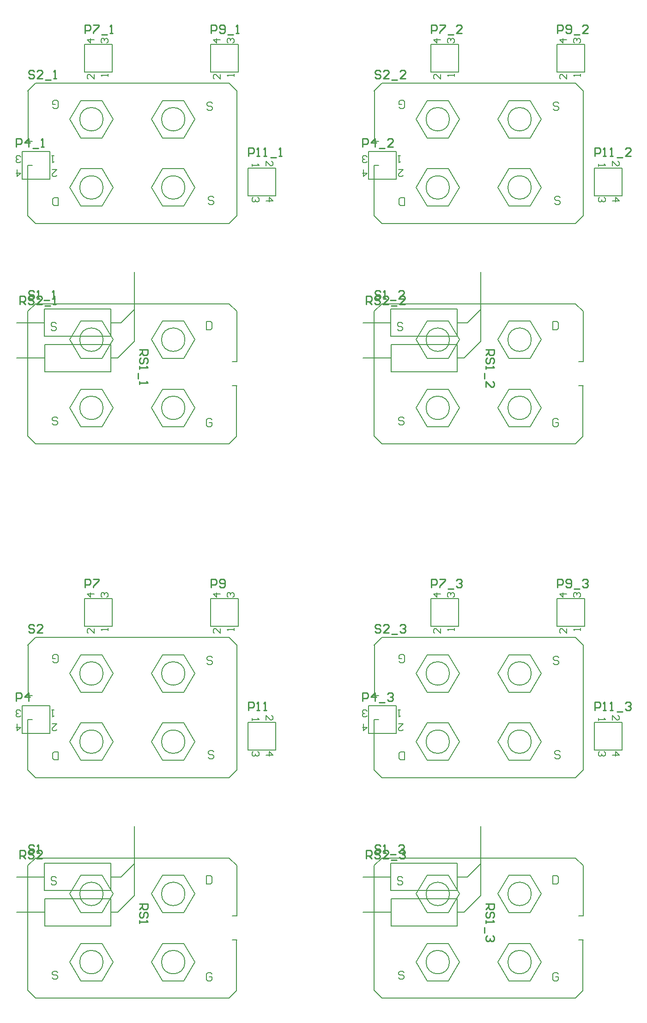
<source format=gto>
%FSLAX25Y25*%
%MOIN*%
G70*
G01*
G75*
%ADD10C,0.05906*%
%ADD11C,0.07087*%
%ADD12R,0.07087X0.07087*%
%ADD13C,0.27000*%
%ADD14R,0.07087X0.07087*%
%ADD15C,0.09843*%
%ADD16R,0.09055X0.05906*%
%ADD17C,0.05000*%
%ADD18C,0.06000*%
%ADD19R,0.23000X0.29000*%
%ADD20R,0.50800X0.48500*%
%ADD21R,0.25000X0.07000*%
%ADD22R,0.71440X1.29200*%
%ADD23R,0.94240X1.26700*%
%ADD24R,0.80583X2.30800*%
%ADD25R,0.73443X0.74200*%
%ADD26R,0.18000X0.18000*%
%ADD27R,0.26000X0.12800*%
%ADD28R,0.18000X2.24000*%
%ADD29C,0.00787*%
%ADD30C,0.01000*%
%ADD31C,0.00800*%
%ADD32C,0.00591*%
D29*
X501643Y339194D02*
G03*
X501643Y339194I-8465J0D01*
G01*
X442588D02*
G03*
X442588Y339194I-8465J0D01*
G01*
X501643Y388406D02*
G03*
X501643Y388406I-8465J0D01*
G01*
X442588D02*
G03*
X442588Y388406I-8465J0D01*
G01*
Y229306D02*
G03*
X442588Y229306I-8465J0D01*
G01*
X501643D02*
G03*
X501643Y229306I-8465J0D01*
G01*
X442588Y180094D02*
G03*
X442588Y180094I-8465J0D01*
G01*
X501643D02*
G03*
X501643Y180094I-8465J0D01*
G01*
Y739194D02*
G03*
X501643Y739194I-8465J0D01*
G01*
X442588D02*
G03*
X442588Y739194I-8465J0D01*
G01*
X501643Y788406D02*
G03*
X501643Y788406I-8465J0D01*
G01*
X442588D02*
G03*
X442588Y788406I-8465J0D01*
G01*
Y629306D02*
G03*
X442588Y629306I-8465J0D01*
G01*
X501643D02*
G03*
X501643Y629306I-8465J0D01*
G01*
X442588Y580094D02*
G03*
X442588Y580094I-8465J0D01*
G01*
X501643D02*
G03*
X501643Y580094I-8465J0D01*
G01*
X251643Y739194D02*
G03*
X251643Y739194I-8465J0D01*
G01*
X192588D02*
G03*
X192588Y739194I-8465J0D01*
G01*
X251643Y788406D02*
G03*
X251643Y788406I-8465J0D01*
G01*
X192588D02*
G03*
X192588Y788406I-8465J0D01*
G01*
Y629306D02*
G03*
X192588Y629306I-8465J0D01*
G01*
X251643D02*
G03*
X251643Y629306I-8465J0D01*
G01*
X192588Y580094D02*
G03*
X192588Y580094I-8465J0D01*
G01*
X251643D02*
G03*
X251643Y580094I-8465J0D01*
G01*
X192588Y229306D02*
G03*
X192588Y229306I-8465J0D01*
G01*
X251643D02*
G03*
X251643Y229306I-8465J0D01*
G01*
X192588Y180094D02*
G03*
X192588Y180094I-8465J0D01*
G01*
X251643D02*
G03*
X251643Y180094I-8465J0D01*
G01*
Y339194D02*
G03*
X251643Y339194I-8465J0D01*
G01*
X192588D02*
G03*
X192588Y339194I-8465J0D01*
G01*
X251643Y388406D02*
G03*
X251643Y388406I-8465J0D01*
G01*
X192588D02*
G03*
X192588Y388406I-8465J0D01*
G01*
X465000Y251000D02*
Y271000D01*
X455500Y241500D02*
X465000Y251000D01*
X448047Y241500D02*
X455500D01*
X380000D02*
X400213D01*
X448047D02*
Y251343D01*
X400213D02*
X448047D01*
X400213Y231658D02*
Y251343D01*
Y231658D02*
X448047D01*
Y241500D01*
X567000Y333000D02*
Y353000D01*
X547000D02*
X567000D01*
X547000Y333000D02*
X567000D01*
X547000D02*
Y353000D01*
X388258Y372461D02*
X391407D01*
X426348Y325726D02*
X441899D01*
X418573Y339194D02*
X426348Y352661D01*
X441899D02*
X449675Y339194D01*
X441899Y325726D02*
X449675Y339194D01*
X418573D02*
X426348Y325726D01*
Y352661D02*
X441899D01*
X388258Y408823D02*
X393824Y414390D01*
X533478D02*
X539045Y408823D01*
X388258Y318776D02*
X393824Y313209D01*
X533478D01*
X393824Y414390D02*
X533478D01*
X539045Y318776D02*
Y408823D01*
X533478Y313209D02*
X539045Y318776D01*
X426348Y374939D02*
X441899D01*
X418573Y388406D02*
X426348Y401874D01*
X441899D02*
X449675Y388406D01*
X441899Y374939D02*
X449675Y388406D01*
X418573D02*
X426348Y374939D01*
Y401874D02*
X441899D01*
X485403Y374939D02*
X500954D01*
X477628Y388406D02*
X485403Y401874D01*
X500954D02*
X508730Y388406D01*
X500954Y374939D02*
X508730Y388406D01*
X477628D02*
X485403Y374939D01*
Y401874D02*
X500954D01*
X485403Y325726D02*
X500954D01*
X477628Y339194D02*
X485403Y352661D01*
X500954D02*
X508730Y339194D01*
X500954Y325726D02*
X508730Y339194D01*
X477628D02*
X485403Y325726D01*
Y352661D02*
X500954D01*
X388365Y372461D02*
Y408716D01*
X388258Y318776D02*
Y355138D01*
X391407D01*
X535895Y196039D02*
X539045D01*
X485403Y242774D02*
X500954D01*
Y215839D02*
X508730Y229306D01*
X477628D02*
X485403Y215839D01*
X477628Y229306D02*
X485403Y242774D01*
X500954D02*
X508730Y229306D01*
X485403Y215839D02*
X500954D01*
X533478Y154110D02*
X539045Y159676D01*
X388258D02*
X393824Y154110D01*
X533478Y255291D02*
X539045Y249724D01*
X393824Y255291D02*
X533478D01*
X393824Y154110D02*
X533478D01*
X388258Y159676D02*
Y249724D01*
X393824Y255291D01*
X485403Y193561D02*
X500954D01*
Y166626D02*
X508730Y180094D01*
X477628D02*
X485403Y166626D01*
X477628Y180094D02*
X485403Y193561D01*
X500954D02*
X508730Y180094D01*
X485403Y166626D02*
X500954D01*
X426348Y193561D02*
X441899D01*
Y166626D02*
X449675Y180094D01*
X418573D02*
X426348Y166626D01*
X418573Y180094D02*
X426348Y193561D01*
X441899D02*
X449675Y180094D01*
X426348Y166626D02*
X441899D01*
X426348Y242774D02*
X441899D01*
Y215839D02*
X449675Y229306D01*
X418573D02*
X426348Y215839D01*
X418573Y229306D02*
X426348Y242774D01*
X441899D02*
X449675Y229306D01*
X426348Y215839D02*
X441899D01*
X538938Y159783D02*
Y196039D01*
X539045Y213361D02*
Y249724D01*
X535895Y213361D02*
X539045D01*
X465000Y228000D02*
Y278000D01*
X453000Y216000D02*
X465000Y228000D01*
X448287Y216000D02*
X453000D01*
X380000D02*
X400453D01*
X448287D02*
Y225842D01*
X400453D02*
X448287D01*
X400453Y206157D02*
Y225842D01*
Y206157D02*
X448287D01*
Y216000D01*
X429000Y422332D02*
Y442332D01*
Y422332D02*
X449000D01*
X429000Y442332D02*
X449000D01*
Y422332D02*
Y442332D01*
X384000Y345000D02*
X404000D01*
Y365000D01*
X384000Y345000D02*
Y365000D01*
X404000D01*
X520000Y422332D02*
Y442332D01*
Y422332D02*
X540000D01*
X520000Y442332D02*
X540000D01*
Y422332D02*
Y442332D01*
X465000Y651000D02*
Y671000D01*
X455500Y641500D02*
X465000Y651000D01*
X448047Y641500D02*
X455500D01*
X380000D02*
X400213D01*
X448047D02*
Y651342D01*
X400213D02*
X448047D01*
X400213Y631658D02*
Y651342D01*
Y631658D02*
X448047D01*
Y641500D01*
X567000Y733000D02*
Y753000D01*
X547000D02*
X567000D01*
X547000Y733000D02*
X567000D01*
X547000D02*
Y753000D01*
X388258Y772461D02*
X391407D01*
X426348Y725726D02*
X441899D01*
X418573Y739194D02*
X426348Y752661D01*
X441899D02*
X449675Y739194D01*
X441899Y725726D02*
X449675Y739194D01*
X418573D02*
X426348Y725726D01*
Y752661D02*
X441899D01*
X388258Y808823D02*
X393824Y814390D01*
X533478D02*
X539045Y808823D01*
X388258Y718776D02*
X393824Y713209D01*
X533478D01*
X393824Y814390D02*
X533478D01*
X539045Y718776D02*
Y808823D01*
X533478Y713209D02*
X539045Y718776D01*
X426348Y774938D02*
X441899D01*
X418573Y788406D02*
X426348Y801874D01*
X441899D02*
X449675Y788406D01*
X441899Y774938D02*
X449675Y788406D01*
X418573D02*
X426348Y774938D01*
Y801874D02*
X441899D01*
X485403Y774938D02*
X500954D01*
X477628Y788406D02*
X485403Y801874D01*
X500954D02*
X508730Y788406D01*
X500954Y774938D02*
X508730Y788406D01*
X477628D02*
X485403Y774938D01*
Y801874D02*
X500954D01*
X485403Y725726D02*
X500954D01*
X477628Y739194D02*
X485403Y752661D01*
X500954D02*
X508730Y739194D01*
X500954Y725726D02*
X508730Y739194D01*
X477628D02*
X485403Y725726D01*
Y752661D02*
X500954D01*
X388365Y772461D02*
Y808716D01*
X388258Y718776D02*
Y755138D01*
X391407D01*
X535895Y596039D02*
X539045D01*
X485403Y642774D02*
X500954D01*
Y615839D02*
X508730Y629306D01*
X477628D02*
X485403Y615839D01*
X477628Y629306D02*
X485403Y642774D01*
X500954D02*
X508730Y629306D01*
X485403Y615839D02*
X500954D01*
X533478Y554109D02*
X539045Y559676D01*
X388258D02*
X393824Y554109D01*
X533478Y655291D02*
X539045Y649724D01*
X393824Y655291D02*
X533478D01*
X393824Y554109D02*
X533478D01*
X388258Y559676D02*
Y649724D01*
X393824Y655291D01*
X485403Y593561D02*
X500954D01*
Y566626D02*
X508730Y580094D01*
X477628D02*
X485403Y566626D01*
X477628Y580094D02*
X485403Y593561D01*
X500954D02*
X508730Y580094D01*
X485403Y566626D02*
X500954D01*
X426348Y593561D02*
X441899D01*
Y566626D02*
X449675Y580094D01*
X418573D02*
X426348Y566626D01*
X418573Y580094D02*
X426348Y593561D01*
X441899D02*
X449675Y580094D01*
X426348Y566626D02*
X441899D01*
X426348Y642774D02*
X441899D01*
Y615839D02*
X449675Y629306D01*
X418573D02*
X426348Y615839D01*
X418573Y629306D02*
X426348Y642774D01*
X441899D02*
X449675Y629306D01*
X426348Y615839D02*
X441899D01*
X538938Y559783D02*
Y596039D01*
X539045Y613361D02*
Y649724D01*
X535895Y613361D02*
X539045D01*
X465000Y628000D02*
Y678000D01*
X453000Y616000D02*
X465000Y628000D01*
X448287Y616000D02*
X453000D01*
X380000D02*
X400453D01*
X448287D02*
Y625843D01*
X400453D02*
X448287D01*
X400453Y606157D02*
Y625843D01*
Y606157D02*
X448287D01*
Y616000D01*
X429000Y822332D02*
Y842332D01*
Y822332D02*
X449000D01*
X429000Y842332D02*
X449000D01*
Y822332D02*
Y842332D01*
X384000Y745000D02*
X404000D01*
Y765000D01*
X384000Y745000D02*
Y765000D01*
X404000D01*
X520000Y822332D02*
Y842332D01*
Y822332D02*
X540000D01*
X520000Y842332D02*
X540000D01*
Y822332D02*
Y842332D01*
X215000Y651000D02*
Y671000D01*
X205500Y641500D02*
X215000Y651000D01*
X198047Y641500D02*
X205500D01*
X130000D02*
X150213D01*
X198047D02*
Y651342D01*
X150213D02*
X198047D01*
X150213Y631658D02*
Y651342D01*
Y631658D02*
X198047D01*
Y641500D01*
X317000Y733000D02*
Y753000D01*
X297000D02*
X317000D01*
X297000Y733000D02*
X317000D01*
X297000D02*
Y753000D01*
X138258Y772461D02*
X141407D01*
X176348Y725726D02*
X191899D01*
X168572Y739194D02*
X176348Y752661D01*
X191899D02*
X199675Y739194D01*
X191899Y725726D02*
X199675Y739194D01*
X168572D02*
X176348Y725726D01*
Y752661D02*
X191899D01*
X138258Y808823D02*
X143824Y814390D01*
X283478D02*
X289045Y808823D01*
X138258Y718776D02*
X143824Y713209D01*
X283478D01*
X143824Y814390D02*
X283478D01*
X289045Y718776D02*
Y808823D01*
X283478Y713209D02*
X289045Y718776D01*
X176348Y774938D02*
X191899D01*
X168572Y788406D02*
X176348Y801874D01*
X191899D02*
X199675Y788406D01*
X191899Y774938D02*
X199675Y788406D01*
X168572D02*
X176348Y774938D01*
Y801874D02*
X191899D01*
X235403Y774938D02*
X250954D01*
X227628Y788406D02*
X235403Y801874D01*
X250954D02*
X258730Y788406D01*
X250954Y774938D02*
X258730Y788406D01*
X227628D02*
X235403Y774938D01*
Y801874D02*
X250954D01*
X235403Y725726D02*
X250954D01*
X227628Y739194D02*
X235403Y752661D01*
X250954D02*
X258730Y739194D01*
X250954Y725726D02*
X258730Y739194D01*
X227628D02*
X235403Y725726D01*
Y752661D02*
X250954D01*
X138365Y772461D02*
Y808716D01*
X138258Y718776D02*
Y755138D01*
X141407D01*
X285895Y596039D02*
X289045D01*
X235403Y642774D02*
X250954D01*
Y615839D02*
X258730Y629306D01*
X227628D02*
X235403Y615839D01*
X227628Y629306D02*
X235403Y642774D01*
X250954D02*
X258730Y629306D01*
X235403Y615839D02*
X250954D01*
X283478Y554109D02*
X289045Y559676D01*
X138258D02*
X143824Y554109D01*
X283478Y655291D02*
X289045Y649724D01*
X143824Y655291D02*
X283478D01*
X143824Y554109D02*
X283478D01*
X138258Y559676D02*
Y649724D01*
X143824Y655291D01*
X235403Y593561D02*
X250954D01*
Y566626D02*
X258730Y580094D01*
X227628D02*
X235403Y566626D01*
X227628Y580094D02*
X235403Y593561D01*
X250954D02*
X258730Y580094D01*
X235403Y566626D02*
X250954D01*
X176348Y593561D02*
X191899D01*
Y566626D02*
X199675Y580094D01*
X168572D02*
X176348Y566626D01*
X168572Y580094D02*
X176348Y593561D01*
X191899D02*
X199675Y580094D01*
X176348Y566626D02*
X191899D01*
X176348Y642774D02*
X191899D01*
Y615839D02*
X199675Y629306D01*
X168572D02*
X176348Y615839D01*
X168572Y629306D02*
X176348Y642774D01*
X191899D02*
X199675Y629306D01*
X176348Y615839D02*
X191899D01*
X288938Y559783D02*
Y596039D01*
X289045Y613361D02*
Y649724D01*
X285895Y613361D02*
X289045D01*
X215000Y628000D02*
Y678000D01*
X203000Y616000D02*
X215000Y628000D01*
X198287Y616000D02*
X203000D01*
X130000D02*
X150453D01*
X198287D02*
Y625843D01*
X150453D02*
X198287D01*
X150453Y606157D02*
Y625843D01*
Y606157D02*
X198287D01*
Y616000D01*
X179000Y822332D02*
Y842332D01*
Y822332D02*
X199000D01*
X179000Y842332D02*
X199000D01*
Y822332D02*
Y842332D01*
X134000Y745000D02*
X154000D01*
Y765000D01*
X134000Y745000D02*
Y765000D01*
X154000D01*
X270000Y822332D02*
Y842332D01*
Y822332D02*
X290000D01*
X270000Y842332D02*
X290000D01*
Y822332D02*
Y842332D01*
X270000Y422332D02*
Y442332D01*
Y422332D02*
X290000D01*
X270000Y442332D02*
X290000D01*
Y422332D02*
Y442332D01*
X134000Y345000D02*
X154000D01*
Y365000D01*
X134000Y345000D02*
Y365000D01*
X154000D01*
X179000Y422332D02*
Y442332D01*
Y422332D02*
X199000D01*
X179000Y442332D02*
X199000D01*
Y422332D02*
Y442332D01*
X215000Y228000D02*
Y278000D01*
X203000Y216000D02*
X215000Y228000D01*
X198287Y216000D02*
X203000D01*
X130000D02*
X150453D01*
X198287D02*
Y225842D01*
X150453D02*
X198287D01*
X150453Y206157D02*
Y225842D01*
Y206157D02*
X198287D01*
Y216000D01*
X285895Y196039D02*
X289045D01*
X235403Y242774D02*
X250954D01*
Y215839D02*
X258730Y229306D01*
X227628D02*
X235403Y215839D01*
X227628Y229306D02*
X235403Y242774D01*
X250954D02*
X258730Y229306D01*
X235403Y215839D02*
X250954D01*
X283478Y154110D02*
X289045Y159676D01*
X138258D02*
X143824Y154110D01*
X283478Y255291D02*
X289045Y249724D01*
X143824Y255291D02*
X283478D01*
X143824Y154110D02*
X283478D01*
X138258Y159676D02*
Y249724D01*
X143824Y255291D01*
X235403Y193561D02*
X250954D01*
Y166626D02*
X258730Y180094D01*
X227628D02*
X235403Y166626D01*
X227628Y180094D02*
X235403Y193561D01*
X250954D02*
X258730Y180094D01*
X235403Y166626D02*
X250954D01*
X176348Y193561D02*
X191899D01*
Y166626D02*
X199675Y180094D01*
X168572D02*
X176348Y166626D01*
X168572Y180094D02*
X176348Y193561D01*
X191899D02*
X199675Y180094D01*
X176348Y166626D02*
X191899D01*
X176348Y242774D02*
X191899D01*
Y215839D02*
X199675Y229306D01*
X168572D02*
X176348Y215839D01*
X168572Y229306D02*
X176348Y242774D01*
X191899D02*
X199675Y229306D01*
X176348Y215839D02*
X191899D01*
X288938Y159783D02*
Y196039D01*
X289045Y213361D02*
Y249724D01*
X285895Y213361D02*
X289045D01*
X138258Y372461D02*
X141407D01*
X176348Y325726D02*
X191899D01*
X168572Y339194D02*
X176348Y352661D01*
X191899D02*
X199675Y339194D01*
X191899Y325726D02*
X199675Y339194D01*
X168572D02*
X176348Y325726D01*
Y352661D02*
X191899D01*
X138258Y408823D02*
X143824Y414390D01*
X283478D02*
X289045Y408823D01*
X138258Y318776D02*
X143824Y313209D01*
X283478D01*
X143824Y414390D02*
X283478D01*
X289045Y318776D02*
Y408823D01*
X283478Y313209D02*
X289045Y318776D01*
X176348Y374939D02*
X191899D01*
X168572Y388406D02*
X176348Y401874D01*
X191899D02*
X199675Y388406D01*
X191899Y374939D02*
X199675Y388406D01*
X168572D02*
X176348Y374939D01*
Y401874D02*
X191899D01*
X235403Y374939D02*
X250954D01*
X227628Y388406D02*
X235403Y401874D01*
X250954D02*
X258730Y388406D01*
X250954Y374939D02*
X258730Y388406D01*
X227628D02*
X235403Y374939D01*
Y401874D02*
X250954D01*
X235403Y325726D02*
X250954D01*
X227628Y339194D02*
X235403Y352661D01*
X250954D02*
X258730Y339194D01*
X250954Y325726D02*
X258730Y339194D01*
X227628D02*
X235403Y325726D01*
Y352661D02*
X250954D01*
X138365Y372461D02*
Y408716D01*
X138258Y318776D02*
Y355138D01*
X141407D01*
X317000Y333000D02*
Y353000D01*
X297000D02*
X317000D01*
X297000Y333000D02*
X317000D01*
X297000D02*
Y353000D01*
X215000Y251000D02*
Y271000D01*
X205500Y241500D02*
X215000Y251000D01*
X198047Y241500D02*
X205500D01*
X130000D02*
X150213D01*
X198047D02*
Y251343D01*
X150213D02*
X198047D01*
X150213Y231658D02*
Y251343D01*
Y231658D02*
X198047D01*
Y241500D01*
D30*
X382400Y254700D02*
Y260698D01*
X385399D01*
X386399Y259698D01*
Y257699D01*
X385399Y256699D01*
X382400D01*
X384399D02*
X386399Y254700D01*
X392397Y259698D02*
X391397Y260698D01*
X389398D01*
X388398Y259698D01*
Y258699D01*
X389398Y257699D01*
X391397D01*
X392397Y256699D01*
Y255700D01*
X391397Y254700D01*
X389398D01*
X388398Y255700D01*
X398395Y254700D02*
X394396D01*
X398395Y258699D01*
Y259698D01*
X397395Y260698D01*
X395396D01*
X394396Y259698D01*
X400394Y253700D02*
X404393D01*
X406392Y259698D02*
X407392Y260698D01*
X409391D01*
X410391Y259698D01*
Y258699D01*
X409391Y257699D01*
X408392D01*
X409391D01*
X410391Y256699D01*
Y255700D01*
X409391Y254700D01*
X407392D01*
X406392Y255700D01*
X547600Y361800D02*
Y367798D01*
X550599D01*
X551599Y366798D01*
Y364799D01*
X550599Y363799D01*
X547600D01*
X553598Y361800D02*
X555597D01*
X554598D01*
Y367798D01*
X553598Y366798D01*
X558596Y361800D02*
X560596D01*
X559596D01*
Y367798D01*
X558596Y366798D01*
X563595Y360800D02*
X567593D01*
X569593Y366798D02*
X570593Y367798D01*
X572592D01*
X573592Y366798D01*
Y365799D01*
X572592Y364799D01*
X571592D01*
X572592D01*
X573592Y363799D01*
Y362800D01*
X572592Y361800D01*
X570593D01*
X569593Y362800D01*
X392899Y422798D02*
X391899Y423798D01*
X389900D01*
X388900Y422798D01*
Y421799D01*
X389900Y420799D01*
X391899D01*
X392899Y419799D01*
Y418800D01*
X391899Y417800D01*
X389900D01*
X388900Y418800D01*
X398897Y417800D02*
X394898D01*
X398897Y421799D01*
Y422798D01*
X397897Y423798D01*
X395898D01*
X394898Y422798D01*
X400896Y416800D02*
X404895D01*
X406894Y422798D02*
X407894Y423798D01*
X409893D01*
X410893Y422798D01*
Y421799D01*
X409893Y420799D01*
X408893D01*
X409893D01*
X410893Y419799D01*
Y418800D01*
X409893Y417800D01*
X407894D01*
X406894Y418800D01*
X392899Y263698D02*
X391899Y264698D01*
X389900D01*
X388900Y263698D01*
Y262699D01*
X389900Y261699D01*
X391899D01*
X392899Y260699D01*
Y259700D01*
X391899Y258700D01*
X389900D01*
X388900Y259700D01*
X394898Y258700D02*
X396897D01*
X395898D01*
Y264698D01*
X394898Y263698D01*
X399896Y257700D02*
X403895D01*
X405895Y263698D02*
X406894Y264698D01*
X408893D01*
X409893Y263698D01*
Y262699D01*
X408893Y261699D01*
X407894D01*
X408893D01*
X409893Y260699D01*
Y259700D01*
X408893Y258700D01*
X406894D01*
X405895Y259700D01*
X468740Y222000D02*
X474738D01*
Y219001D01*
X473738Y218001D01*
X471739D01*
X470740Y219001D01*
Y222000D01*
Y220001D02*
X468740Y218001D01*
X473738Y212003D02*
X474738Y213003D01*
Y215002D01*
X473738Y216002D01*
X472739D01*
X471739Y215002D01*
Y213003D01*
X470740Y212003D01*
X469740D01*
X468740Y213003D01*
Y215002D01*
X469740Y216002D01*
X468740Y210004D02*
Y208004D01*
Y209004D01*
X474738D01*
X473738Y210004D01*
X467740Y205006D02*
Y201007D01*
X473738Y199007D02*
X474738Y198008D01*
Y196008D01*
X473738Y195009D01*
X472739D01*
X471739Y196008D01*
Y197008D01*
Y196008D01*
X470740Y195009D01*
X469740D01*
X468740Y196008D01*
Y198008D01*
X469740Y199007D01*
X429600Y450432D02*
Y456430D01*
X432599D01*
X433599Y455431D01*
Y453431D01*
X432599Y452432D01*
X429600D01*
X435598Y456430D02*
X439597D01*
Y455431D01*
X435598Y451432D01*
Y450432D01*
X441596Y449433D02*
X445595D01*
X447594Y455431D02*
X448594Y456430D01*
X450593D01*
X451593Y455431D01*
Y454431D01*
X450593Y453431D01*
X449593D01*
X450593D01*
X451593Y452432D01*
Y451432D01*
X450593Y450432D01*
X448594D01*
X447594Y451432D01*
X379900Y368400D02*
Y374398D01*
X382899D01*
X383899Y373398D01*
Y371399D01*
X382899Y370399D01*
X379900D01*
X388897Y368400D02*
Y374398D01*
X385898Y371399D01*
X389897D01*
X391896Y367400D02*
X395895D01*
X397894Y373398D02*
X398894Y374398D01*
X400893D01*
X401893Y373398D01*
Y372399D01*
X400893Y371399D01*
X399893D01*
X400893D01*
X401893Y370399D01*
Y369400D01*
X400893Y368400D01*
X398894D01*
X397894Y369400D01*
X520600Y450432D02*
Y456430D01*
X523599D01*
X524599Y455431D01*
Y453431D01*
X523599Y452432D01*
X520600D01*
X526598Y451432D02*
X527598Y450432D01*
X529597D01*
X530597Y451432D01*
Y455431D01*
X529597Y456430D01*
X527598D01*
X526598Y455431D01*
Y454431D01*
X527598Y453431D01*
X530597D01*
X532596Y449433D02*
X536595D01*
X538594Y455431D02*
X539594Y456430D01*
X541593D01*
X542593Y455431D01*
Y454431D01*
X541593Y453431D01*
X540593D01*
X541593D01*
X542593Y452432D01*
Y451432D01*
X541593Y450432D01*
X539594D01*
X538594Y451432D01*
X382400Y654700D02*
Y660698D01*
X385399D01*
X386399Y659698D01*
Y657699D01*
X385399Y656699D01*
X382400D01*
X384399D02*
X386399Y654700D01*
X392397Y659698D02*
X391397Y660698D01*
X389398D01*
X388398Y659698D01*
Y658699D01*
X389398Y657699D01*
X391397D01*
X392397Y656699D01*
Y655700D01*
X391397Y654700D01*
X389398D01*
X388398Y655700D01*
X398395Y654700D02*
X394396D01*
X398395Y658699D01*
Y659698D01*
X397395Y660698D01*
X395396D01*
X394396Y659698D01*
X400394Y653700D02*
X404393D01*
X410391Y654700D02*
X406392D01*
X410391Y658699D01*
Y659698D01*
X409391Y660698D01*
X407392D01*
X406392Y659698D01*
X547600Y761800D02*
Y767798D01*
X550599D01*
X551599Y766798D01*
Y764799D01*
X550599Y763799D01*
X547600D01*
X553598Y761800D02*
X555597D01*
X554598D01*
Y767798D01*
X553598Y766798D01*
X558596Y761800D02*
X560596D01*
X559596D01*
Y767798D01*
X558596Y766798D01*
X563595Y760800D02*
X567593D01*
X573592Y761800D02*
X569593D01*
X573592Y765799D01*
Y766798D01*
X572592Y767798D01*
X570593D01*
X569593Y766798D01*
X392899Y822798D02*
X391899Y823798D01*
X389900D01*
X388900Y822798D01*
Y821799D01*
X389900Y820799D01*
X391899D01*
X392899Y819799D01*
Y818800D01*
X391899Y817800D01*
X389900D01*
X388900Y818800D01*
X398897Y817800D02*
X394898D01*
X398897Y821799D01*
Y822798D01*
X397897Y823798D01*
X395898D01*
X394898Y822798D01*
X400896Y816800D02*
X404895D01*
X410893Y817800D02*
X406894D01*
X410893Y821799D01*
Y822798D01*
X409893Y823798D01*
X407894D01*
X406894Y822798D01*
X392899Y663698D02*
X391899Y664698D01*
X389900D01*
X388900Y663698D01*
Y662699D01*
X389900Y661699D01*
X391899D01*
X392899Y660699D01*
Y659700D01*
X391899Y658700D01*
X389900D01*
X388900Y659700D01*
X394898Y658700D02*
X396897D01*
X395898D01*
Y664698D01*
X394898Y663698D01*
X399896Y657700D02*
X403895D01*
X409893Y658700D02*
X405895D01*
X409893Y662699D01*
Y663698D01*
X408893Y664698D01*
X406894D01*
X405895Y663698D01*
X468740Y622000D02*
X474738D01*
Y619001D01*
X473738Y618001D01*
X471739D01*
X470740Y619001D01*
Y622000D01*
Y620001D02*
X468740Y618001D01*
X473738Y612003D02*
X474738Y613003D01*
Y615002D01*
X473738Y616002D01*
X472739D01*
X471739Y615002D01*
Y613003D01*
X470740Y612003D01*
X469740D01*
X468740Y613003D01*
Y615002D01*
X469740Y616002D01*
X468740Y610004D02*
Y608005D01*
Y609004D01*
X474738D01*
X473738Y610004D01*
X467740Y605006D02*
Y601007D01*
X468740Y595009D02*
Y599007D01*
X472739Y595009D01*
X473738D01*
X474738Y596008D01*
Y598008D01*
X473738Y599007D01*
X429600Y850432D02*
Y856430D01*
X432599D01*
X433599Y855431D01*
Y853431D01*
X432599Y852432D01*
X429600D01*
X435598Y856430D02*
X439597D01*
Y855431D01*
X435598Y851432D01*
Y850432D01*
X441596Y849433D02*
X445595D01*
X451593Y850432D02*
X447594D01*
X451593Y854431D01*
Y855431D01*
X450593Y856430D01*
X448594D01*
X447594Y855431D01*
X379900Y768400D02*
Y774398D01*
X382899D01*
X383899Y773398D01*
Y771399D01*
X382899Y770399D01*
X379900D01*
X388897Y768400D02*
Y774398D01*
X385898Y771399D01*
X389897D01*
X391896Y767400D02*
X395895D01*
X401893Y768400D02*
X397894D01*
X401893Y772399D01*
Y773398D01*
X400893Y774398D01*
X398894D01*
X397894Y773398D01*
X520600Y850432D02*
Y856430D01*
X523599D01*
X524599Y855431D01*
Y853431D01*
X523599Y852432D01*
X520600D01*
X526598Y851432D02*
X527598Y850432D01*
X529597D01*
X530597Y851432D01*
Y855431D01*
X529597Y856430D01*
X527598D01*
X526598Y855431D01*
Y854431D01*
X527598Y853431D01*
X530597D01*
X532596Y849433D02*
X536595D01*
X542593Y850432D02*
X538594D01*
X542593Y854431D01*
Y855431D01*
X541593Y856430D01*
X539594D01*
X538594Y855431D01*
X132400Y654700D02*
Y660698D01*
X135399D01*
X136399Y659698D01*
Y657699D01*
X135399Y656699D01*
X132400D01*
X134399D02*
X136399Y654700D01*
X142397Y659698D02*
X141397Y660698D01*
X139398D01*
X138398Y659698D01*
Y658699D01*
X139398Y657699D01*
X141397D01*
X142397Y656699D01*
Y655700D01*
X141397Y654700D01*
X139398D01*
X138398Y655700D01*
X148395Y654700D02*
X144396D01*
X148395Y658699D01*
Y659698D01*
X147395Y660698D01*
X145396D01*
X144396Y659698D01*
X150394Y653700D02*
X154393D01*
X156392Y654700D02*
X158392D01*
X157392D01*
Y660698D01*
X156392Y659698D01*
X297600Y761800D02*
Y767798D01*
X300599D01*
X301599Y766798D01*
Y764799D01*
X300599Y763799D01*
X297600D01*
X303598Y761800D02*
X305597D01*
X304598D01*
Y767798D01*
X303598Y766798D01*
X308596Y761800D02*
X310596D01*
X309596D01*
Y767798D01*
X308596Y766798D01*
X313595Y760800D02*
X317594D01*
X319593Y761800D02*
X321592D01*
X320593D01*
Y767798D01*
X319593Y766798D01*
X142899Y822798D02*
X141899Y823798D01*
X139900D01*
X138900Y822798D01*
Y821799D01*
X139900Y820799D01*
X141899D01*
X142899Y819799D01*
Y818800D01*
X141899Y817800D01*
X139900D01*
X138900Y818800D01*
X148897Y817800D02*
X144898D01*
X148897Y821799D01*
Y822798D01*
X147897Y823798D01*
X145898D01*
X144898Y822798D01*
X150896Y816800D02*
X154895D01*
X156894Y817800D02*
X158894D01*
X157894D01*
Y823798D01*
X156894Y822798D01*
X142899Y663698D02*
X141899Y664698D01*
X139900D01*
X138900Y663698D01*
Y662699D01*
X139900Y661699D01*
X141899D01*
X142899Y660699D01*
Y659700D01*
X141899Y658700D01*
X139900D01*
X138900Y659700D01*
X144898Y658700D02*
X146897D01*
X145898D01*
Y664698D01*
X144898Y663698D01*
X149896Y657700D02*
X153895D01*
X155894Y658700D02*
X157894D01*
X156894D01*
Y664698D01*
X155894Y663698D01*
X218740Y622000D02*
X224738D01*
Y619001D01*
X223739Y618001D01*
X221739D01*
X220740Y619001D01*
Y622000D01*
Y620001D02*
X218740Y618001D01*
X223739Y612003D02*
X224738Y613003D01*
Y615002D01*
X223739Y616002D01*
X222739D01*
X221739Y615002D01*
Y613003D01*
X220740Y612003D01*
X219740D01*
X218740Y613003D01*
Y615002D01*
X219740Y616002D01*
X218740Y610004D02*
Y608005D01*
Y609004D01*
X224738D01*
X223739Y610004D01*
X217741Y605006D02*
Y601007D01*
X218740Y599007D02*
Y597008D01*
Y598008D01*
X224738D01*
X223739Y599007D01*
X179600Y850432D02*
Y856430D01*
X182599D01*
X183599Y855431D01*
Y853431D01*
X182599Y852432D01*
X179600D01*
X185598Y856430D02*
X189597D01*
Y855431D01*
X185598Y851432D01*
Y850432D01*
X191596Y849433D02*
X195595D01*
X197594Y850432D02*
X199593D01*
X198594D01*
Y856430D01*
X197594Y855431D01*
X129900Y768400D02*
Y774398D01*
X132899D01*
X133899Y773398D01*
Y771399D01*
X132899Y770399D01*
X129900D01*
X138897Y768400D02*
Y774398D01*
X135898Y771399D01*
X139897D01*
X141896Y767400D02*
X145895D01*
X147894Y768400D02*
X149893D01*
X148894D01*
Y774398D01*
X147894Y773398D01*
X270600Y850432D02*
Y856430D01*
X273599D01*
X274599Y855431D01*
Y853431D01*
X273599Y852432D01*
X270600D01*
X276598Y851432D02*
X277598Y850432D01*
X279597D01*
X280597Y851432D01*
Y855431D01*
X279597Y856430D01*
X277598D01*
X276598Y855431D01*
Y854431D01*
X277598Y853431D01*
X280597D01*
X282596Y849433D02*
X286595D01*
X288594Y850432D02*
X290594D01*
X289594D01*
Y856430D01*
X288594Y855431D01*
X270600Y450432D02*
Y456430D01*
X273599D01*
X274599Y455431D01*
Y453431D01*
X273599Y452432D01*
X270600D01*
X276598Y451432D02*
X277598Y450432D01*
X279597D01*
X280597Y451432D01*
Y455431D01*
X279597Y456430D01*
X277598D01*
X276598Y455431D01*
Y454431D01*
X277598Y453431D01*
X280597D01*
X129900Y368400D02*
Y374398D01*
X132899D01*
X133899Y373398D01*
Y371399D01*
X132899Y370399D01*
X129900D01*
X138897Y368400D02*
Y374398D01*
X135898Y371399D01*
X139897D01*
X179600Y450432D02*
Y456430D01*
X182599D01*
X183599Y455431D01*
Y453431D01*
X182599Y452432D01*
X179600D01*
X185598Y456430D02*
X189597D01*
Y455431D01*
X185598Y451432D01*
Y450432D01*
X218740Y222000D02*
X224738D01*
Y219001D01*
X223739Y218001D01*
X221739D01*
X220740Y219001D01*
Y222000D01*
Y220001D02*
X218740Y218001D01*
X223739Y212003D02*
X224738Y213003D01*
Y215002D01*
X223739Y216002D01*
X222739D01*
X221739Y215002D01*
Y213003D01*
X220740Y212003D01*
X219740D01*
X218740Y213003D01*
Y215002D01*
X219740Y216002D01*
X218740Y210004D02*
Y208004D01*
Y209004D01*
X224738D01*
X223739Y210004D01*
X142899Y263698D02*
X141899Y264698D01*
X139900D01*
X138900Y263698D01*
Y262699D01*
X139900Y261699D01*
X141899D01*
X142899Y260699D01*
Y259700D01*
X141899Y258700D01*
X139900D01*
X138900Y259700D01*
X144898Y258700D02*
X146897D01*
X145898D01*
Y264698D01*
X144898Y263698D01*
X142899Y422798D02*
X141899Y423798D01*
X139900D01*
X138900Y422798D01*
Y421799D01*
X139900Y420799D01*
X141899D01*
X142899Y419799D01*
Y418800D01*
X141899Y417800D01*
X139900D01*
X138900Y418800D01*
X148897Y417800D02*
X144898D01*
X148897Y421799D01*
Y422798D01*
X147897Y423798D01*
X145898D01*
X144898Y422798D01*
X297600Y361800D02*
Y367798D01*
X300599D01*
X301599Y366798D01*
Y364799D01*
X300599Y363799D01*
X297600D01*
X303598Y361800D02*
X305597D01*
X304598D01*
Y367798D01*
X303598Y366798D01*
X308596Y361800D02*
X310596D01*
X309596D01*
Y367798D01*
X308596Y366798D01*
X132400Y254700D02*
Y260698D01*
X135399D01*
X136399Y259698D01*
Y257699D01*
X135399Y256699D01*
X132400D01*
X134399D02*
X136399Y254700D01*
X142397Y259698D02*
X141397Y260698D01*
X139398D01*
X138398Y259698D01*
Y258699D01*
X139398Y257699D01*
X141397D01*
X142397Y256699D01*
Y255700D01*
X141397Y254700D01*
X139398D01*
X138398Y255700D01*
X148395Y254700D02*
X144396D01*
X148395Y258699D01*
Y259698D01*
X147395Y260698D01*
X145396D01*
X144396Y259698D01*
D31*
X550000Y356000D02*
Y354334D01*
Y355167D01*
X554998D01*
X554165Y356000D01*
X560000Y354668D02*
Y358000D01*
X563332Y354668D01*
X564165D01*
X564998Y355501D01*
Y357167D01*
X564165Y358000D01*
X560000Y329501D02*
X564998D01*
X562499Y332000D01*
Y328668D01*
X554165Y332000D02*
X554998Y331167D01*
Y329501D01*
X554165Y328668D01*
X553332D01*
X552499Y329501D01*
Y330334D01*
Y329501D01*
X551666Y328668D01*
X550833D01*
X550000Y329501D01*
Y331167D01*
X550833Y332000D01*
X446000Y419332D02*
Y420998D01*
Y420165D01*
X441002D01*
X441835Y419332D01*
X436000Y420665D02*
Y417332D01*
X432668Y420665D01*
X431835D01*
X431002Y419832D01*
Y418165D01*
X431835Y417332D01*
X436000Y445831D02*
X431002D01*
X433501Y443332D01*
Y446664D01*
X441835Y443332D02*
X441002Y444165D01*
Y445831D01*
X441835Y446664D01*
X442668D01*
X443501Y445831D01*
Y444998D01*
Y445831D01*
X444334Y446664D01*
X445167D01*
X446000Y445831D01*
Y444165D01*
X445167Y443332D01*
X407000Y362000D02*
X405334D01*
X406167D01*
Y357002D01*
X407000Y357835D01*
X405668Y352000D02*
X409000D01*
X405668Y348668D01*
Y347835D01*
X406501Y347002D01*
X408167D01*
X409000Y347835D01*
X380501Y352000D02*
Y347002D01*
X383000Y349501D01*
X379668D01*
X383000Y357835D02*
X382167Y357002D01*
X380501D01*
X379668Y357835D01*
Y358668D01*
X380501Y359501D01*
X381334D01*
X380501D01*
X379668Y360334D01*
Y361167D01*
X380501Y362000D01*
X382167D01*
X383000Y361167D01*
X537000Y419332D02*
Y420998D01*
Y420165D01*
X532002D01*
X532835Y419332D01*
X527000Y420665D02*
Y417332D01*
X523668Y420665D01*
X522835D01*
X522002Y419832D01*
Y418165D01*
X522835Y417332D01*
X527000Y445831D02*
X522002D01*
X524501Y443332D01*
Y446664D01*
X532835Y443332D02*
X532002Y444165D01*
Y445831D01*
X532835Y446664D01*
X533668D01*
X534501Y445831D01*
Y444998D01*
Y445831D01*
X535334Y446664D01*
X536167D01*
X537000Y445831D01*
Y444165D01*
X536167Y443332D01*
X550000Y756000D02*
Y754334D01*
Y755167D01*
X554998D01*
X554165Y756000D01*
X560000Y754668D02*
Y758000D01*
X563332Y754668D01*
X564165D01*
X564998Y755501D01*
Y757167D01*
X564165Y758000D01*
X560000Y729501D02*
X564998D01*
X562499Y732000D01*
Y728668D01*
X554165Y732000D02*
X554998Y731167D01*
Y729501D01*
X554165Y728668D01*
X553332D01*
X552499Y729501D01*
Y730334D01*
Y729501D01*
X551666Y728668D01*
X550833D01*
X550000Y729501D01*
Y731167D01*
X550833Y732000D01*
X446000Y819332D02*
Y820998D01*
Y820165D01*
X441002D01*
X441835Y819332D01*
X436000Y820665D02*
Y817332D01*
X432668Y820665D01*
X431835D01*
X431002Y819831D01*
Y818165D01*
X431835Y817332D01*
X436000Y845831D02*
X431002D01*
X433501Y843332D01*
Y846665D01*
X441835Y843332D02*
X441002Y844165D01*
Y845831D01*
X441835Y846665D01*
X442668D01*
X443501Y845831D01*
Y844998D01*
Y845831D01*
X444334Y846665D01*
X445167D01*
X446000Y845831D01*
Y844165D01*
X445167Y843332D01*
X407000Y762000D02*
X405334D01*
X406167D01*
Y757002D01*
X407000Y757835D01*
X405668Y752000D02*
X409000D01*
X405668Y748668D01*
Y747835D01*
X406501Y747002D01*
X408167D01*
X409000Y747835D01*
X380501Y752000D02*
Y747002D01*
X383000Y749501D01*
X379668D01*
X383000Y757835D02*
X382167Y757002D01*
X380501D01*
X379668Y757835D01*
Y758668D01*
X380501Y759501D01*
X381334D01*
X380501D01*
X379668Y760334D01*
Y761167D01*
X380501Y762000D01*
X382167D01*
X383000Y761167D01*
X537000Y819332D02*
Y820998D01*
Y820165D01*
X532002D01*
X532835Y819332D01*
X527000Y820665D02*
Y817332D01*
X523668Y820665D01*
X522835D01*
X522002Y819831D01*
Y818165D01*
X522835Y817332D01*
X527000Y845831D02*
X522002D01*
X524501Y843332D01*
Y846665D01*
X532835Y843332D02*
X532002Y844165D01*
Y845831D01*
X532835Y846665D01*
X533668D01*
X534501Y845831D01*
Y844998D01*
Y845831D01*
X535334Y846665D01*
X536167D01*
X537000Y845831D01*
Y844165D01*
X536167Y843332D01*
X300000Y756000D02*
Y754334D01*
Y755167D01*
X304998D01*
X304165Y756000D01*
X310000Y754668D02*
Y758000D01*
X313332Y754668D01*
X314165D01*
X314998Y755501D01*
Y757167D01*
X314165Y758000D01*
X310000Y729501D02*
X314998D01*
X312499Y732000D01*
Y728668D01*
X304165Y732000D02*
X304998Y731167D01*
Y729501D01*
X304165Y728668D01*
X303332D01*
X302499Y729501D01*
Y730334D01*
Y729501D01*
X301666Y728668D01*
X300833D01*
X300000Y729501D01*
Y731167D01*
X300833Y732000D01*
X196000Y819332D02*
Y820998D01*
Y820165D01*
X191002D01*
X191835Y819332D01*
X186000Y820665D02*
Y817332D01*
X182668Y820665D01*
X181835D01*
X181002Y819831D01*
Y818165D01*
X181835Y817332D01*
X186000Y845831D02*
X181002D01*
X183501Y843332D01*
Y846665D01*
X191835Y843332D02*
X191002Y844165D01*
Y845831D01*
X191835Y846665D01*
X192668D01*
X193501Y845831D01*
Y844998D01*
Y845831D01*
X194334Y846665D01*
X195167D01*
X196000Y845831D01*
Y844165D01*
X195167Y843332D01*
X157000Y762000D02*
X155334D01*
X156167D01*
Y757002D01*
X157000Y757835D01*
X155668Y752000D02*
X159000D01*
X155668Y748668D01*
Y747835D01*
X156501Y747002D01*
X158167D01*
X159000Y747835D01*
X130501Y752000D02*
Y747002D01*
X133000Y749501D01*
X129668D01*
X133000Y757835D02*
X132167Y757002D01*
X130501D01*
X129668Y757835D01*
Y758668D01*
X130501Y759501D01*
X131334D01*
X130501D01*
X129668Y760334D01*
Y761167D01*
X130501Y762000D01*
X132167D01*
X133000Y761167D01*
X287000Y819332D02*
Y820998D01*
Y820165D01*
X282002D01*
X282835Y819332D01*
X277000Y820665D02*
Y817332D01*
X273668Y820665D01*
X272835D01*
X272002Y819831D01*
Y818165D01*
X272835Y817332D01*
X277000Y845831D02*
X272002D01*
X274501Y843332D01*
Y846665D01*
X282835Y843332D02*
X282002Y844165D01*
Y845831D01*
X282835Y846665D01*
X283668D01*
X284501Y845831D01*
Y844998D01*
Y845831D01*
X285334Y846665D01*
X286167D01*
X287000Y845831D01*
Y844165D01*
X286167Y843332D01*
X287000Y419332D02*
Y420998D01*
Y420165D01*
X282002D01*
X282835Y419332D01*
X277000Y420665D02*
Y417332D01*
X273668Y420665D01*
X272835D01*
X272002Y419832D01*
Y418165D01*
X272835Y417332D01*
X277000Y445831D02*
X272002D01*
X274501Y443332D01*
Y446664D01*
X282835Y443332D02*
X282002Y444165D01*
Y445831D01*
X282835Y446664D01*
X283668D01*
X284501Y445831D01*
Y444998D01*
Y445831D01*
X285334Y446664D01*
X286167D01*
X287000Y445831D01*
Y444165D01*
X286167Y443332D01*
X157000Y362000D02*
X155334D01*
X156167D01*
Y357002D01*
X157000Y357835D01*
X155668Y352000D02*
X159000D01*
X155668Y348668D01*
Y347835D01*
X156501Y347002D01*
X158167D01*
X159000Y347835D01*
X130501Y352000D02*
Y347002D01*
X133000Y349501D01*
X129668D01*
X133000Y357835D02*
X132167Y357002D01*
X130501D01*
X129668Y357835D01*
Y358668D01*
X130501Y359501D01*
X131334D01*
X130501D01*
X129668Y360334D01*
Y361167D01*
X130501Y362000D01*
X132167D01*
X133000Y361167D01*
X196000Y419332D02*
Y420998D01*
Y420165D01*
X191002D01*
X191835Y419332D01*
X186000Y420665D02*
Y417332D01*
X182668Y420665D01*
X181835D01*
X181002Y419832D01*
Y418165D01*
X181835Y417332D01*
X186000Y445831D02*
X181002D01*
X183501Y443332D01*
Y446664D01*
X191835Y443332D02*
X191002Y444165D01*
Y445831D01*
X191835Y446664D01*
X192668D01*
X193501Y445831D01*
Y444998D01*
Y445831D01*
X194334Y446664D01*
X195167D01*
X196000Y445831D01*
Y444165D01*
X195167Y443332D01*
X300000Y356000D02*
Y354334D01*
Y355167D01*
X304998D01*
X304165Y356000D01*
X310000Y354668D02*
Y358000D01*
X313332Y354668D01*
X314165D01*
X314998Y355501D01*
Y357167D01*
X314165Y358000D01*
X310000Y329501D02*
X314998D01*
X312499Y332000D01*
Y328668D01*
X304165Y332000D02*
X304998Y331167D01*
Y329501D01*
X304165Y328668D01*
X303332D01*
X302499Y329501D01*
Y330334D01*
Y329501D01*
X301666Y328668D01*
X300833D01*
X300000Y329501D01*
Y331167D01*
X300833Y332000D01*
D32*
X517590Y395888D02*
X518573Y394904D01*
X520541D01*
X521525Y395888D01*
Y396872D01*
X520541Y397856D01*
X518573D01*
X517590Y398840D01*
Y399824D01*
X518573Y400808D01*
X520541D01*
X521525Y399824D01*
X406172Y397069D02*
X407156Y396085D01*
X409124D01*
X410108Y397069D01*
Y401005D01*
X409124Y401989D01*
X407156D01*
X406172Y401005D01*
Y399037D01*
X408140D01*
X410108Y326007D02*
Y331910D01*
X407156D01*
X406172Y330926D01*
Y326990D01*
X407156Y326007D01*
X410108D01*
X518377Y327778D02*
X519361Y326794D01*
X521329D01*
X522313Y327778D01*
Y328762D01*
X521329Y329746D01*
X519361D01*
X518377Y330730D01*
Y331714D01*
X519361Y332698D01*
X521329D01*
X522313Y331714D01*
X409713Y172612D02*
X408729Y173596D01*
X406761D01*
X405777Y172612D01*
Y171628D01*
X406761Y170644D01*
X408729D01*
X409713Y169660D01*
Y168676D01*
X408729Y167692D01*
X406761D01*
X405777Y168676D01*
X521130Y171431D02*
X520146Y172415D01*
X518178D01*
X517195Y171431D01*
Y167495D01*
X518178Y166511D01*
X520146D01*
X521130Y167495D01*
Y169463D01*
X519162D01*
X517195Y242493D02*
Y236590D01*
X520146D01*
X521130Y237574D01*
Y241510D01*
X520146Y242493D01*
X517195D01*
X408925Y240722D02*
X407942Y241706D01*
X405974D01*
X404990Y240722D01*
Y239738D01*
X405974Y238754D01*
X407942D01*
X408925Y237770D01*
Y236786D01*
X407942Y235802D01*
X405974D01*
X404990Y236786D01*
X517590Y795888D02*
X518573Y794904D01*
X520541D01*
X521525Y795888D01*
Y796872D01*
X520541Y797856D01*
X518573D01*
X517590Y798840D01*
Y799824D01*
X518573Y800808D01*
X520541D01*
X521525Y799824D01*
X406172Y797069D02*
X407156Y796085D01*
X409124D01*
X410108Y797069D01*
Y801005D01*
X409124Y801989D01*
X407156D01*
X406172Y801005D01*
Y799037D01*
X408140D01*
X410108Y726007D02*
Y731910D01*
X407156D01*
X406172Y730926D01*
Y726990D01*
X407156Y726007D01*
X410108D01*
X518377Y727778D02*
X519361Y726794D01*
X521329D01*
X522313Y727778D01*
Y728762D01*
X521329Y729746D01*
X519361D01*
X518377Y730730D01*
Y731714D01*
X519361Y732697D01*
X521329D01*
X522313Y731714D01*
X409713Y572612D02*
X408729Y573596D01*
X406761D01*
X405777Y572612D01*
Y571628D01*
X406761Y570644D01*
X408729D01*
X409713Y569660D01*
Y568676D01*
X408729Y567692D01*
X406761D01*
X405777Y568676D01*
X521130Y571431D02*
X520146Y572415D01*
X518178D01*
X517195Y571431D01*
Y567495D01*
X518178Y566511D01*
X520146D01*
X521130Y567495D01*
Y569463D01*
X519162D01*
X517195Y642493D02*
Y636590D01*
X520146D01*
X521130Y637574D01*
Y641509D01*
X520146Y642493D01*
X517195D01*
X408925Y640722D02*
X407942Y641706D01*
X405974D01*
X404990Y640722D01*
Y639738D01*
X405974Y638754D01*
X407942D01*
X408925Y637770D01*
Y636786D01*
X407942Y635802D01*
X405974D01*
X404990Y636786D01*
X267589Y795888D02*
X268573Y794904D01*
X270541D01*
X271525Y795888D01*
Y796872D01*
X270541Y797856D01*
X268573D01*
X267589Y798840D01*
Y799824D01*
X268573Y800808D01*
X270541D01*
X271525Y799824D01*
X156172Y797069D02*
X157156Y796085D01*
X159124D01*
X160108Y797069D01*
Y801005D01*
X159124Y801989D01*
X157156D01*
X156172Y801005D01*
Y799037D01*
X158140D01*
X160108Y726007D02*
Y731910D01*
X157156D01*
X156172Y730926D01*
Y726990D01*
X157156Y726007D01*
X160108D01*
X268377Y727778D02*
X269361Y726794D01*
X271329D01*
X272313Y727778D01*
Y728762D01*
X271329Y729746D01*
X269361D01*
X268377Y730730D01*
Y731714D01*
X269361Y732697D01*
X271329D01*
X272313Y731714D01*
X159713Y572612D02*
X158729Y573596D01*
X156761D01*
X155777Y572612D01*
Y571628D01*
X156761Y570644D01*
X158729D01*
X159713Y569660D01*
Y568676D01*
X158729Y567692D01*
X156761D01*
X155777Y568676D01*
X271130Y571431D02*
X270146Y572415D01*
X268178D01*
X267195Y571431D01*
Y567495D01*
X268178Y566511D01*
X270146D01*
X271130Y567495D01*
Y569463D01*
X269162D01*
X267195Y642493D02*
Y636590D01*
X270146D01*
X271130Y637574D01*
Y641509D01*
X270146Y642493D01*
X267195D01*
X158925Y640722D02*
X157942Y641706D01*
X155974D01*
X154990Y640722D01*
Y639738D01*
X155974Y638754D01*
X157942D01*
X158925Y637770D01*
Y636786D01*
X157942Y635802D01*
X155974D01*
X154990Y636786D01*
X159713Y172612D02*
X158729Y173596D01*
X156761D01*
X155777Y172612D01*
Y171628D01*
X156761Y170644D01*
X158729D01*
X159713Y169660D01*
Y168676D01*
X158729Y167692D01*
X156761D01*
X155777Y168676D01*
X271130Y171431D02*
X270146Y172415D01*
X268178D01*
X267195Y171431D01*
Y167495D01*
X268178Y166511D01*
X270146D01*
X271130Y167495D01*
Y169463D01*
X269162D01*
X267195Y242493D02*
Y236590D01*
X270146D01*
X271130Y237574D01*
Y241510D01*
X270146Y242493D01*
X267195D01*
X158925Y240722D02*
X157942Y241706D01*
X155974D01*
X154990Y240722D01*
Y239738D01*
X155974Y238754D01*
X157942D01*
X158925Y237770D01*
Y236786D01*
X157942Y235802D01*
X155974D01*
X154990Y236786D01*
X267589Y395888D02*
X268573Y394904D01*
X270541D01*
X271525Y395888D01*
Y396872D01*
X270541Y397856D01*
X268573D01*
X267589Y398840D01*
Y399824D01*
X268573Y400808D01*
X270541D01*
X271525Y399824D01*
X156172Y397069D02*
X157156Y396085D01*
X159124D01*
X160108Y397069D01*
Y401005D01*
X159124Y401989D01*
X157156D01*
X156172Y401005D01*
Y399037D01*
X158140D01*
X160108Y326007D02*
Y331910D01*
X157156D01*
X156172Y330926D01*
Y326990D01*
X157156Y326007D01*
X160108D01*
X268377Y327778D02*
X269361Y326794D01*
X271329D01*
X272313Y327778D01*
Y328762D01*
X271329Y329746D01*
X269361D01*
X268377Y330730D01*
Y331714D01*
X269361Y332698D01*
X271329D01*
X272313Y331714D01*
M02*

</source>
